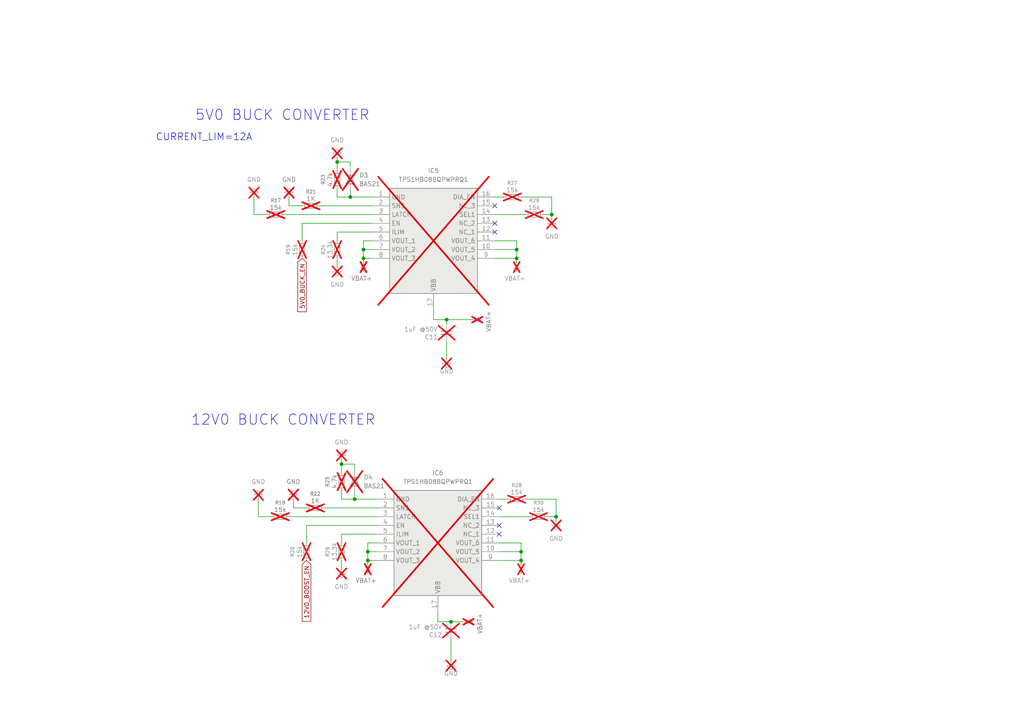
<source format=kicad_sch>
(kicad_sch (version 20250114) (generator "eeschema") (generator_version "9.0")
  (paper "A4")
  (lib_symbols
    (symbol "Device:C_Small" (pin_numbers (hide yes)) (pin_names (offset 0.254) (hide yes))
      (property "Reference" "C" (at 0.254 1.778 0))
      (property "Value" "C_Small" (at 0.254 -2.032 0))
      (symbol "C_Small_0_1"
        (polyline (pts (xy -1.524 0.508) (xy 1.524 0.508)) (stroke (width 0.3048)))
        (polyline (pts (xy -1.524 -0.508) (xy 1.524 -0.508)) (stroke (width 0.3302)))
      )
      (symbol "C_Small_1_1"
        (pin passive line (at 0 2.54 270) (length 2.032) (name "~") (number "1"))
        (pin passive line (at 0 -2.54 90) (length 2.032) (name "~") (number "2"))
      )
    )
    (symbol "Device:R_Small" (pin_numbers (hide yes)) (pin_names (offset 0.254) (hide yes))
      (property "Reference" "R" (at 0 0 90))
      (property "Value" "R_Small" (at 1.778 0 90))
      (symbol "R_Small_0_1"
        (rectangle (start -0.762 1.778) (end 0.762 -1.778) (stroke (width 0.2032)))
      )
      (symbol "R_Small_1_1"
        (pin passive line (at 0 2.54 270) (length 0.762) (name "~") (number "1"))
        (pin passive line (at 0 -2.54 90) (length 0.762) (name "~") (number "2"))
      )
    )
    (symbol "Diode:BAS21" (pin_numbers (hide yes)) (pin_names (hide yes))
      (property "Reference" "D" (at 0 2.54 0))
      (property "Value" "BAS21" (at 0 -2.54 0))
      (symbol "BAS21_0_1"
        (polyline (pts (xy -1.27 1.27) (xy -1.27 -1.27)) (stroke (width 0.254)))
        (polyline (pts (xy 1.27 1.27) (xy 1.27 -1.27) (xy -1.27 0) (xy 1.27 1.27)) (stroke (width 0.254)))
        (polyline (pts (xy 1.27 0) (xy -1.27 0)))
      )
      (symbol "BAS21_1_1"
        (pin passive line (at -3.81 0 0) (length 2.54) (name "K") (number "3"))
        (pin no_connect line (at -1.27 0 0) (length 2.54) (hide yes) (name "NC") (number "2"))
        (pin passive line (at 3.81 0 180) (length 2.54) (name "A") (number "1"))
      )
    )
    (symbol "power:+BATT" (power) (pin_numbers (hide yes)) (pin_names (offset 0) (hide yes))
      (property "Value" "+BATT" (at 0 3.556 0))
      (symbol "+BATT_0_1"
        (polyline (pts (xy -0.762 1.27) (xy 0 2.54)))
        (polyline (pts (xy 0 2.54) (xy 0.762 1.27)))
        (polyline (pts (xy 0 0) (xy 0 2.54)))
      )
      (symbol "+BATT_1_1"
        (pin power_in line (at 0 0 90) (length 0) (name "~") (number "1"))
      )
    )
    (symbol "power:GND1" (power) (pin_numbers (hide yes)) (pin_names (offset 0) (hide yes))
      (property "Value" "GND1" (at 0 -3.81 0))
      (symbol "GND1_0_1"
        (polyline (pts (xy 0 0) (xy 0 -1.27) (xy 1.27 -1.27) (xy 0 -2.54) (xy -1.27 -1.27) (xy 0 -1.27)))
      )
      (symbol "GND1_1_1"
        (pin power_in line (at 0 0 270) (length 0) (name "~") (number "1"))
      )
    )
    (symbol "samac_sys:TPS1HB08BQPWPRQ1"
      (property "Reference" "IC" (at 31.75 7.62 0))
      (property "Value" "TPS1HB08BQPWPRQ1" (at 31.75 5.08 0))
      (symbol "TPS1HB08BQPWPRQ1_1_1"
        (rectangle (start 5.08 2.54) (end 30.48 -27.94) (stroke (width 0.254)) (fill (type background)))
        (pin passive line (at 0 0 0) (length 5.08) (name "GND") (number "1"))
        (pin passive line (at 0 -2.54 0) (length 5.08) (name "SNS") (number "2"))
        (pin passive line (at 0 -5.08 0) (length 5.08) (name "LATCH") (number "3"))
        (pin passive line (at 0 -7.62 0) (length 5.08) (name "EN") (number "4"))
        (pin passive line (at 0 -10.16 0) (length 5.08) (name "ILIM") (number "5"))
        (pin passive line (at 0 -12.7 0) (length 5.08) (name "VOUT_1") (number "6"))
        (pin passive line (at 0 -15.24 0) (length 5.08) (name "VOUT_2") (number "7"))
        (pin passive line (at 0 -17.78 0) (length 5.08) (name "VOUT_3") (number "8"))
        (pin passive line (at 17.78 -33.02 90) (length 5.08) (name "VBB") (number "17"))
        (pin passive line (at 35.56 0 180) (length 5.08) (name "DIA_EN") (number "16"))
        (pin passive line (at 35.56 -2.54 180) (length 5.08) (name "NC_3") (number "15"))
        (pin passive line (at 35.56 -5.08 180) (length 5.08) (name "SEL1") (number "14"))
        (pin passive line (at 35.56 -7.62 180) (length 5.08) (name "NC_2") (number "13"))
        (pin passive line (at 35.56 -10.16 180) (length 5.08) (name "NC_1") (number "12"))
        (pin passive line (at 35.56 -12.7 180) (length 5.08) (name "VOUT_6") (number "11"))
        (pin passive line (at 35.56 -15.24 180) (length 5.08) (name "VOUT_5") (number "10"))
        (pin passive line (at 35.56 -17.78 180) (length 5.08) (name "VOUT_4") (number "9"))
      )
    )
  )
  (text "12V0 BUCK CONVERTER " (at 83.312 121.92 0) (effects (font (size 3 3))))
  (text "5V0 BUCK CONVERTER " (at 83.058 33.528 0) (effects (font (size 3 3))))
  (text "CURRENT_LIM=12A" (at 59.182 39.878 0) (effects (font (size 2 2))))
  (junction (at 106.68 160.02))
  (junction (at 97.79 46.99))
  (junction (at 149.86 74.93))
  (junction (at 130.81 180.34))
  (junction (at 105.41 74.93))
  (junction (at 151.13 162.56))
  (junction (at 106.68 162.56))
  (junction (at 99.06 134.62))
  (junction (at 149.86 72.39))
  (junction (at 101.6 57.15))
  (junction (at 105.41 72.39))
  (junction (at 160.02 62.23))
  (junction (at 151.13 160.02))
  (junction (at 161.29 149.86))
  (junction (at 129.54 92.71))
  (junction (at 102.87 144.78))
  (no_connect (at 144.78 147.32))
  (no_connect (at 143.51 59.69))
  (no_connect (at 144.78 152.4))
  (no_connect (at 144.78 154.94))
  (no_connect (at 143.51 67.31))
  (no_connect (at 143.51 64.77))
  (wire (pts (xy 88.9 152.4) (xy 88.9 157.48)))
  (wire (pts (xy 149.86 74.93) (xy 149.86 76.2)))
  (wire (pts (xy 130.81 185.42) (xy 130.81 191.77)))
  (wire (pts (xy 107.95 67.31) (xy 97.79 67.31)))
  (wire (pts (xy 105.41 72.39) (xy 105.41 69.85)))
  (wire (pts (xy 160.02 63.5) (xy 160.02 62.23)))
  (wire (pts (xy 101.6 48.26) (xy 101.6 46.99)))
  (wire (pts (xy 105.41 74.93) (xy 105.41 72.39)))
  (wire (pts (xy 87.63 64.77) (xy 87.63 69.85)))
  (wire (pts (xy 144.78 149.86) (xy 153.67 149.86)))
  (wire (pts (xy 151.13 162.56) (xy 151.13 163.83)))
  (wire (pts (xy 99.06 154.94) (xy 99.06 157.48)))
  (wire (pts (xy 85.09 144.78) (xy 85.09 147.32)))
  (wire (pts (xy 92.71 59.69) (xy 107.95 59.69)))
  (wire (pts (xy 143.51 72.39) (xy 149.86 72.39)))
  (wire (pts (xy 151.13 160.02) (xy 151.13 162.56)))
  (wire (pts (xy 88.9 152.4) (xy 109.22 152.4)))
  (wire (pts (xy 161.29 151.13) (xy 161.29 149.86)))
  (wire (pts (xy 97.79 54.61) (xy 97.79 57.15)))
  (wire (pts (xy 83.82 57.15) (xy 83.82 59.69)))
  (wire (pts (xy 99.06 142.24) (xy 99.06 144.78)))
  (wire (pts (xy 99.06 134.62) (xy 99.06 137.16)))
  (wire (pts (xy 144.78 162.56) (xy 151.13 162.56)))
  (wire (pts (xy 143.51 57.15) (xy 146.05 57.15)))
  (wire (pts (xy 144.78 160.02) (xy 151.13 160.02)))
  (wire (pts (xy 130.81 180.34) (xy 134.62 180.34)))
  (wire (pts (xy 105.41 69.85) (xy 107.95 69.85)))
  (wire (pts (xy 105.41 76.2) (xy 105.41 74.93)))
  (wire (pts (xy 82.55 62.23) (xy 107.95 62.23)))
  (wire (pts (xy 73.66 57.15) (xy 73.66 62.23)))
  (wire (pts (xy 99.06 144.78) (xy 102.87 144.78)))
  (wire (pts (xy 160.02 57.15) (xy 160.02 62.23)))
  (wire (pts (xy 83.82 149.86) (xy 109.22 149.86)))
  (wire (pts (xy 125.73 92.71) (xy 129.54 92.71)))
  (wire (pts (xy 144.78 157.48) (xy 151.13 157.48)))
  (wire (pts (xy 127 180.34) (xy 127 177.8)))
  (wire (pts (xy 157.48 62.23) (xy 160.02 62.23)))
  (wire (pts (xy 83.82 59.69) (xy 87.63 59.69)))
  (wire (pts (xy 106.68 157.48) (xy 109.22 157.48)))
  (wire (pts (xy 158.75 149.86) (xy 161.29 149.86)))
  (wire (pts (xy 129.54 99.06) (xy 129.54 104.14)))
  (wire (pts (xy 149.86 69.85) (xy 149.86 72.39)))
  (wire (pts (xy 149.86 72.39) (xy 149.86 74.93)))
  (wire (pts (xy 106.68 160.02) (xy 109.22 160.02)))
  (wire (pts (xy 74.93 144.78) (xy 74.93 149.86)))
  (wire (pts (xy 107.95 57.15) (xy 101.6 57.15)))
  (wire (pts (xy 87.63 64.77) (xy 107.95 64.77)))
  (wire (pts (xy 129.54 93.98) (xy 129.54 92.71)))
  (wire (pts (xy 99.06 134.62) (xy 99.06 133.35)))
  (wire (pts (xy 125.73 92.71) (xy 125.73 90.17)))
  (wire (pts (xy 97.79 57.15) (xy 101.6 57.15)))
  (wire (pts (xy 74.93 149.86) (xy 78.74 149.86)))
  (wire (pts (xy 161.29 144.78) (xy 161.29 149.86)))
  (wire (pts (xy 105.41 72.39) (xy 107.95 72.39)))
  (wire (pts (xy 105.41 74.93) (xy 107.95 74.93)))
  (wire (pts (xy 93.98 147.32) (xy 109.22 147.32)))
  (wire (pts (xy 143.51 74.93) (xy 149.86 74.93)))
  (wire (pts (xy 106.68 160.02) (xy 106.68 157.48)))
  (wire (pts (xy 97.79 77.47) (xy 97.79 74.93)))
  (wire (pts (xy 101.6 46.99) (xy 97.79 46.99)))
  (wire (pts (xy 97.79 67.31) (xy 97.79 69.85)))
  (wire (pts (xy 106.68 163.83) (xy 106.68 162.56)))
  (wire (pts (xy 144.78 144.78) (xy 147.32 144.78)))
  (wire (pts (xy 129.54 92.71) (xy 137.16 92.71)))
  (wire (pts (xy 73.66 62.23) (xy 77.47 62.23)))
  (wire (pts (xy 102.87 135.89) (xy 102.87 134.62)))
  (wire (pts (xy 97.79 46.99) (xy 97.79 49.53)))
  (wire (pts (xy 99.06 165.1) (xy 99.06 162.56)))
  (wire (pts (xy 143.51 62.23) (xy 152.4 62.23)))
  (wire (pts (xy 106.68 162.56) (xy 109.22 162.56)))
  (wire (pts (xy 143.51 69.85) (xy 149.86 69.85)))
  (wire (pts (xy 102.87 144.78) (xy 102.87 143.51)))
  (wire (pts (xy 85.09 147.32) (xy 88.9 147.32)))
  (wire (pts (xy 102.87 134.62) (xy 99.06 134.62)))
  (wire (pts (xy 109.22 144.78) (xy 102.87 144.78)))
  (wire (pts (xy 151.13 157.48) (xy 151.13 160.02)))
  (wire (pts (xy 106.68 162.56) (xy 106.68 160.02)))
  (wire (pts (xy 109.22 154.94) (xy 99.06 154.94)))
  (wire (pts (xy 151.13 57.15) (xy 160.02 57.15)))
  (wire (pts (xy 127 180.34) (xy 130.81 180.34)))
  (wire (pts (xy 152.4 144.78) (xy 161.29 144.78)))
  (wire (pts (xy 97.79 46.99) (xy 97.79 45.72)))
  (wire (pts (xy 101.6 57.15) (xy 101.6 55.88)))
  (global_label "5V0_BUCK_EN" (shape input) (at 87.63 74.93 270) (property "Intersheetrefs" "${INTERSHEET_REFS}" (effects (hide yes))))
  (global_label "12V0_BOOST_EN" (shape input) (at 88.9 162.56 270) (property "Intersheetrefs" "${INTERSHEET_REFS}" (effects (hide yes))))
  (symbol (lib_id "Device:R_Small") (at 99.06 160.02 180) (unit 1) (in_bom no) (on_board no) (dnp yes)
    (property "Reference" "R26" (at 94.996 160.02 90) (effects (font (size 1.016 1.016))))
    (property "Value" "13.3k" (at 97.028 160.02 90))
    (property "Footprint" "Resistor_SMD:R_0603_1608Metric" (effects (hide yes)))
    (property "Description" "Resistor, small symbol" (effects (hide yes)))
  )
  (symbol (lib_id "power:+BATT") (at 105.41 76.2 180) (unit 1) (in_bom no) (on_board no) (dnp yes)
    (property "Reference" "#PWR043" (effects (hide yes)))
    (property "Value" "VBAT+" (at 104.902 80.772 0))
    (property "Description" "Power symbol creates a global label with name \"+BATT\"" (effects (hide yes)))
  )
  (symbol (lib_id "Device:R_Small") (at 90.17 59.69 90) (unit 1) (in_bom no) (on_board no) (dnp yes)
    (property "Reference" "R21" (at 90.17 55.626 90) (effects (font (size 1.016 1.016))))
    (property "Value" "1K" (at 90.17 57.658 90))
    (property "Footprint" "Resistor_SMD:R_0603_1608Metric" (effects (hide yes)))
    (property "Description" "Resistor, small symbol" (effects (hide yes)))
  )
  (symbol (lib_id "Device:R_Small") (at 87.63 72.39 180) (unit 1) (in_bom no) (on_board no) (dnp yes)
    (property "Reference" "R19" (at 83.566 72.39 90) (effects (font (size 1.016 1.016))))
    (property "Value" "15k" (at 85.598 72.39 90))
    (property "Footprint" "Resistor_SMD:R_0603_1608Metric" (effects (hide yes)))
    (property "Description" "Resistor, small symbol" (effects (hide yes)))
  )
  (symbol (lib_id "power:GND1") (at 85.09 144.78 180) (unit 1) (in_bom no) (on_board no) (dnp yes)
    (property "Reference" "#PWR038" (effects (hide yes)))
    (property "Value" "GND" (at 85.09 139.7 0))
    (property "Description" "Power symbol creates a global label with name \"GND1\" , ground" (effects (hide yes)))
  )
  (symbol (lib_id "power:GND1") (at 129.54 104.14 0) (unit 1) (in_bom no) (on_board no) (dnp yes)
    (property "Reference" "#PWR045" (effects (hide yes)))
    (property "Value" "GND" (at 129.54 107.696 0))
    (property "Description" "Power symbol creates a global label with name \"GND1\" , ground" (effects (hide yes)))
  )
  (symbol (lib_id "Device:R_Small") (at 148.59 57.15 90) (unit 1) (in_bom no) (on_board no) (dnp yes)
    (property "Reference" "R27" (at 148.59 53.086 90) (effects (font (size 1.016 1.016))))
    (property "Value" "15k" (at 148.59 55.118 90))
    (property "Footprint" "Resistor_SMD:R_0603_1608Metric" (effects (hide yes)))
    (property "Description" "Resistor, small symbol" (effects (hide yes)))
  )
  (symbol (lib_id "power:+BATT") (at 106.68 163.83 180) (unit 1) (in_bom no) (on_board no) (dnp yes)
    (property "Reference" "#PWR044" (effects (hide yes)))
    (property "Value" "VBAT+" (at 106.172 168.402 0))
    (property "Description" "Power symbol creates a global label with name \"+BATT\"" (effects (hide yes)))
  )
  (symbol (lib_id "power:+BATT") (at 137.16 92.71 270) (unit 1) (in_bom no) (on_board no) (dnp yes)
    (property "Reference" "#PWR048" (effects (hide yes)))
    (property "Value" "VBAT+" (at 141.732 93.218 0))
    (property "Description" "Power symbol creates a global label with name \"+BATT\"" (effects (hide yes)))
  )
  (symbol (lib_id "power:GND1") (at 73.66 57.15 180) (unit 1) (in_bom no) (on_board no) (dnp yes)
    (property "Reference" "#PWR035" (effects (hide yes)))
    (property "Value" "GND" (at 73.66 52.07 0))
    (property "Description" "Power symbol creates a global label with name \"GND1\" , ground" (effects (hide yes)))
  )
  (symbol (lib_id "power:GND1") (at 160.02 63.5 0) (unit 1) (in_bom no) (on_board no) (dnp yes)
    (property "Reference" "#PWR051" (effects (hide yes)))
    (property "Value" "GND" (at 160.02 68.58 0))
    (property "Description" "Power symbol creates a global label with name \"GND1\" , ground" (effects (hide yes)))
  )
  (symbol (lib_id "Diode:BAS21") (at 102.87 139.7 270) (unit 1) (in_bom no) (on_board no) (dnp yes)
    (property "Reference" "D4" (at 105.41 138.4299 90) (effects (justify left)))
    (property "Value" "BAS21" (at 105.41 140.9699 90) (effects (justify left)))
    (property "Footprint" "Package_TO_SOT_SMD:SOT-23" (effects (hide yes)))
    (property "Datasheet" "https://www.diodes.com/assets/Datasheets/Ds12004.pdf" (effects (hide yes)))
    (property "Description" "250V, 0.4A, High-speed Switching Diode, SOT-23" (effects (hide yes)))
  )
  (symbol (lib_id "Device:R_Small") (at 154.94 62.23 90) (unit 1) (in_bom no) (on_board no) (dnp yes)
    (property "Reference" "R29" (at 154.94 58.166 90) (effects (font (size 1.016 1.016))))
    (property "Value" "15k" (at 154.94 60.198 90))
    (property "Footprint" "Resistor_SMD:R_0603_1608Metric" (effects (hide yes)))
    (property "Description" "Resistor, small symbol" (effects (hide yes)))
  )
  (symbol (lib_id "Device:R_Small") (at 97.79 52.07 180) (unit 1) (in_bom no) (on_board no) (dnp yes)
    (property "Reference" "R23" (at 93.726 52.07 90) (effects (font (size 1.016 1.016))))
    (property "Value" "4.7k" (at 95.758 52.07 90))
    (property "Footprint" "Resistor_SMD:R_0603_1608Metric" (effects (hide yes)))
    (property "Description" "Resistor, small symbol" (effects (hide yes)))
  )
  (symbol (lib_id "Device:R_Small") (at 149.86 144.78 90) (unit 1) (in_bom no) (on_board no) (dnp yes)
    (property "Reference" "R28" (at 149.86 140.716 90) (effects (font (size 1.016 1.016))))
    (property "Value" "15k" (at 149.86 142.748 90))
    (property "Footprint" "Resistor_SMD:R_0603_1608Metric" (effects (hide yes)))
    (property "Description" "Resistor, small symbol" (effects (hide yes)))
  )
  (symbol (lib_id "power:+BATT") (at 151.13 163.83 180) (unit 1) (in_bom no) (on_board no) (dnp yes)
    (property "Reference" "#PWR050" (effects (hide yes)))
    (property "Value" "VBAT+" (at 150.622 168.402 0))
    (property "Description" "Power symbol creates a global label with name \"+BATT\"" (effects (hide yes)))
  )
  (symbol (lib_id "Device:R_Small") (at 81.28 149.86 90) (unit 1) (in_bom no) (on_board no) (dnp yes)
    (property "Reference" "R18" (at 81.28 145.796 90) (effects (font (size 1.016 1.016))))
    (property "Value" "15k" (at 81.28 147.828 90))
    (property "Footprint" "Resistor_SMD:R_0603_1608Metric" (effects (hide yes)))
    (property "Description" "Resistor, small symbol" (effects (hide yes)))
  )
  (symbol (lib_id "power:GND1") (at 97.79 45.72 180) (unit 1) (in_bom no) (on_board no) (dnp yes)
    (property "Reference" "#PWR039" (effects (hide yes)))
    (property "Value" "GND" (at 97.79 40.64 0))
    (property "Description" "Power symbol creates a global label with name \"GND1\" , ground" (effects (hide yes)))
  )
  (symbol (lib_id "Device:C_Small") (at 129.54 96.52 180) (unit 1) (in_bom no) (on_board no) (dnp yes)
    (property "Reference" "C11" (at 127 97.7838 0) (effects (justify left)))
    (property "Value" "1uF @50V" (at 127 95.504 0) (effects (justify left)))
    (property "Footprint" "Capacitor_SMD:C_0805_2012Metric_Pad1.18x1.45mm_HandSolder" (effects (hide yes)))
    (property "Datasheet" "GRT21BR71H105KE01K" (effects (hide yes)))
    (property "Description" "Unpolarized capacitor, small symbol" (effects (hide yes)))
  )
  (symbol (lib_id "Diode:BAS21") (at 101.6 52.07 270) (unit 1) (in_bom no) (on_board no) (dnp yes)
    (property "Reference" "D3" (at 104.14 50.7999 90) (effects (justify left)))
    (property "Value" "BAS21" (at 104.14 53.3399 90) (effects (justify left)))
    (property "Footprint" "Package_TO_SOT_SMD:SOT-23" (effects (hide yes)))
    (property "Datasheet" "https://www.diodes.com/assets/Datasheets/Ds12004.pdf" (effects (hide yes)))
    (property "Description" "250V, 0.4A, High-speed Switching Diode, SOT-23" (effects (hide yes)))
  )
  (symbol (lib_id "power:GND1") (at 83.82 57.15 180) (unit 1) (in_bom no) (on_board no) (dnp yes)
    (property "Reference" "#PWR037" (effects (hide yes)))
    (property "Value" "GND" (at 83.82 52.07 0))
    (property "Description" "Power symbol creates a global label with name \"GND1\" , ground" (effects (hide yes)))
  )
  (symbol (lib_id "Device:R_Small") (at 156.21 149.86 90) (unit 1) (in_bom no) (on_board no) (dnp yes)
    (property "Reference" "R30" (at 156.21 145.796 90) (effects (font (size 1.016 1.016))))
    (property "Value" "15k" (at 156.21 147.828 90))
    (property "Footprint" "Resistor_SMD:R_0603_1608Metric" (effects (hide yes)))
    (property "Description" "Resistor, small symbol" (effects (hide yes)))
  )
  (symbol (lib_id "Device:R_Small") (at 99.06 139.7 180) (unit 1) (in_bom no) (on_board no) (dnp yes)
    (property "Reference" "R25" (at 94.996 139.7 90) (effects (font (size 1.016 1.016))))
    (property "Value" "4.7k" (at 97.028 139.7 90))
    (property "Footprint" "Resistor_SMD:R_0603_1608Metric" (effects (hide yes)))
    (property "Description" "Resistor, small symbol" (effects (hide yes)))
  )
  (symbol (lib_id "power:GND1") (at 97.79 77.47 0) (unit 1) (in_bom no) (on_board no) (dnp yes)
    (property "Reference" "#PWR040" (effects (hide yes)))
    (property "Value" "GND" (at 97.79 82.55 0))
    (property "Description" "Power symbol creates a global label with name \"GND1\" , ground" (effects (hide yes)))
  )
  (symbol (lib_id "power:GND1") (at 99.06 133.35 180) (unit 1) (in_bom no) (on_board no) (dnp yes)
    (property "Reference" "#PWR041" (effects (hide yes)))
    (property "Value" "GND" (at 99.06 128.27 0))
    (property "Description" "Power symbol creates a global label with name \"GND1\" , ground" (effects (hide yes)))
  )
  (symbol (lib_id "samac_sys:TPS1HB08BQPWPRQ1") (at 109.22 144.78 0) (unit 1) (in_bom no) (on_board no) (dnp yes)
    (property "Reference" "IC6" (at 127 137.16 0))
    (property "Value" "TPS1HB08BQPWPRQ1" (at 127 139.7 0))
    (property "Footprint" "SamacSys_Parts:SOP65P640X120-17N" (effects (hide yes)))
    (property "Datasheet" "https://www.ti.com/lit/gpn/TPS1HB08-Q1" (effects (hide yes)))
    (property "Description" "Power Switch ICs - Power Distribution 40V, 8-mOhm, 1-Ch smart high-side switch 16-HTSSOP -40 to 125" (effects (hide yes)))
    (property "Height" "1.2" (effects (hide yes)))
    (property "Mouser Part Number" "595-TPS1HB08BQPWPRQ1" (effects (hide yes)))
    (property "Mouser Price/Stock" "https://www.mouser.co.uk/ProductDetail/Texas-Instruments/TPS1HB08BQPWPRQ1?qs=mAH9sUMRCtv45LM2ONjbhg%3D%3D" (effects (hide yes)))
    (property "Manufacturer_Name" "Texas Instruments" (effects (hide yes)))
    (property "Manufacturer_Part_Number" "TPS1HB08BQPWPRQ1" (effects (hide yes)))
  )
  (symbol (lib_id "Device:R_Small") (at 88.9 160.02 180) (unit 1) (in_bom no) (on_board no) (dnp yes)
    (property "Reference" "R20" (at 84.836 160.02 90) (effects (font (size 1.016 1.016))))
    (property "Value" "15k" (at 86.868 160.02 90))
    (property "Footprint" "Resistor_SMD:R_0603_1608Metric" (effects (hide yes)))
    (property "Description" "Resistor, small symbol" (effects (hide yes)))
  )
  (symbol (lib_id "samac_sys:TPS1HB08BQPWPRQ1") (at 107.95 57.15 0) (unit 1) (in_bom no) (on_board no) (dnp yes)
    (property "Reference" "IC5" (at 125.73 49.53 0))
    (property "Value" "TPS1HB08BQPWPRQ1" (at 125.73 52.07 0))
    (property "Footprint" "SamacSys_Parts:SOP65P640X120-17N" (effects (hide yes)))
    (property "Datasheet" "https://www.ti.com/lit/gpn/TPS1HB08-Q1" (effects (hide yes)))
    (property "Description" "Power Switch ICs - Power Distribution 40V, 8-mOhm, 1-Ch smart high-side switch 16-HTSSOP -40 to 125" (effects (hide yes)))
    (property "Height" "1.2" (effects (hide yes)))
    (property "Mouser Part Number" "595-TPS1HB08BQPWPRQ1" (effects (hide yes)))
    (property "Mouser Price/Stock" "https://www.mouser.co.uk/ProductDetail/Texas-Instruments/TPS1HB08BQPWPRQ1?qs=mAH9sUMRCtv45LM2ONjbhg%3D%3D" (effects (hide yes)))
    (property "Manufacturer_Name" "Texas Instruments" (effects (hide yes)))
    (property "Manufacturer_Part_Number" "TPS1HB08BQPWPRQ1" (effects (hide yes)))
  )
  (symbol (lib_id "power:GND1") (at 130.81 191.77 0) (unit 1) (in_bom no) (on_board no) (dnp yes)
    (property "Reference" "#PWR046" (effects (hide yes)))
    (property "Value" "GND" (at 130.81 195.326 0))
    (property "Description" "Power symbol creates a global label with name \"GND1\" , ground" (effects (hide yes)))
  )
  (symbol (lib_id "Device:C_Small") (at 130.81 182.88 180) (unit 1) (in_bom no) (on_board no) (dnp yes)
    (property "Reference" "C12" (at 128.27 184.1438 0) (effects (justify left)))
    (property "Value" "1uF @50V" (at 128.27 181.864 0) (effects (justify left)))
    (property "Footprint" "Capacitor_SMD:C_0805_2012Metric_Pad1.18x1.45mm_HandSolder" (effects (hide yes)))
    (property "Datasheet" "GRT21BR71H105KE01K" (effects (hide yes)))
    (property "Description" "Unpolarized capacitor, small symbol" (effects (hide yes)))
  )
  (symbol (lib_id "Device:R_Small") (at 91.44 147.32 90) (unit 1) (in_bom no) (on_board no) (dnp yes)
    (property "Reference" "R22" (at 91.44 143.256 90) (effects (font (size 1.016 1.016))))
    (property "Value" "1K" (at 91.44 145.288 90))
    (property "Footprint" "Resistor_SMD:R_0603_1608Metric" (effects (hide yes)))
    (property "Description" "Resistor, small symbol" (effects (hide yes)))
  )
  (symbol (lib_id "power:+BATT") (at 149.86 76.2 180) (unit 1) (in_bom no) (on_board no) (dnp yes)
    (property "Reference" "#PWR049" (effects (hide yes)))
    (property "Value" "VBAT+" (at 149.352 80.772 0))
    (property "Description" "Power symbol creates a global label with name \"+BATT\"" (effects (hide yes)))
  )
  (symbol (lib_id "Device:R_Small") (at 80.01 62.23 90) (unit 1) (in_bom no) (on_board no) (dnp yes)
    (property "Reference" "R17" (at 80.01 58.166 90) (effects (font (size 1.016 1.016))))
    (property "Value" "15k" (at 80.01 60.198 90))
    (property "Footprint" "Resistor_SMD:R_0603_1608Metric" (effects (hide yes)))
    (property "Description" "Resistor, small symbol" (effects (hide yes)))
  )
  (symbol (lib_id "power:+BATT") (at 134.62 180.34 270) (unit 1) (in_bom no) (on_board no) (dnp yes)
    (property "Reference" "#PWR047" (effects (hide yes)))
    (property "Value" "VBAT+" (at 139.192 180.848 0))
    (property "Description" "Power symbol creates a global label with name \"+BATT\"" (effects (hide yes)))
  )
  (symbol (lib_id "power:GND1") (at 161.29 151.13 0) (unit 1) (in_bom no) (on_board no) (dnp yes)
    (property "Reference" "#PWR052" (effects (hide yes)))
    (property "Value" "GND" (at 161.29 156.21 0))
    (property "Description" "Power symbol creates a global label with name \"GND1\" , ground" (effects (hide yes)))
  )
  (symbol (lib_id "Device:R_Small") (at 97.79 72.39 180) (unit 1) (in_bom no) (on_board no) (dnp yes)
    (property "Reference" "R24" (at 93.726 72.39 90) (effects (font (size 1.016 1.016))))
    (property "Value" "13.3k" (at 95.758 72.39 90))
    (property "Footprint" "Resistor_SMD:R_0603_1608Metric" (effects (hide yes)))
    (property "Description" "Resistor, small symbol" (effects (hide yes)))
  )
  (symbol (lib_id "power:GND1") (at 99.06 165.1 0) (unit 1) (in_bom no) (on_board no) (dnp yes)
    (property "Reference" "#PWR042" (effects (hide yes)))
    (property "Value" "GND" (at 99.06 170.18 0))
    (property "Description" "Power symbol creates a global label with name \"GND1\" , ground" (effects (hide yes)))
  )
  (symbol (lib_id "power:GND1") (at 74.93 144.78 180) (unit 1) (in_bom no) (on_board no) (dnp yes)
    (property "Reference" "#PWR036" (effects (hide yes)))
    (property "Value" "GND" (at 74.93 139.7 0))
    (property "Description" "Power symbol creates a global label with name \"GND1\" , ground" (effects (hide yes)))
  )
)
</source>
